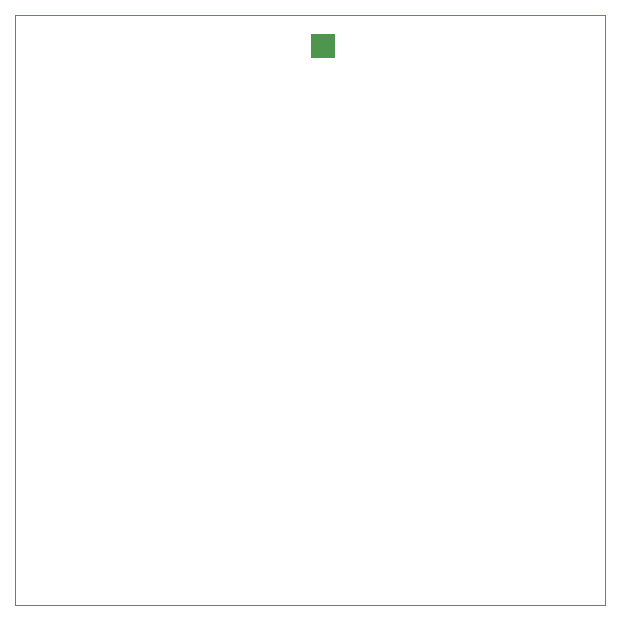
<source format=gtp>
G75*
%MOIN*%
%OFA0B0*%
%FSLAX25Y25*%
%IPPOS*%
%LPD*%
%AMOC8*
5,1,8,0,0,1.08239X$1,22.5*
%
%ADD10C,0.00000*%
%ADD11R,0.02500X0.05000*%
%ADD12R,0.07874X0.07874*%
D10*
X0001008Y0003937D02*
X0001008Y0200787D01*
X0197859Y0200787D01*
X0197859Y0003937D01*
X0001008Y0003937D01*
D11*
X0101835Y0190315D03*
X0105378Y0190315D03*
D12*
X0103607Y0190315D03*
M02*

</source>
